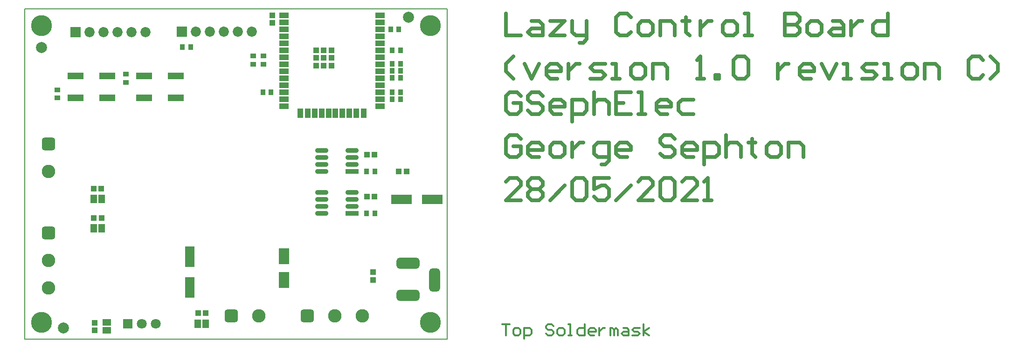
<source format=gts>
G04 Layer_Color=8388736*
%FSLAX42Y42*%
%MOMM*%
G71*
G01*
G75*
%ADD27C,0.30*%
%ADD29C,0.20*%
%ADD30C,0.70*%
%ADD45C,2.00*%
%ADD46R,0.90X1.10*%
%ADD47O,2.40X0.90*%
%ADD48R,2.40X0.90*%
%ADD49R,2.95X1.20*%
%ADD50R,1.10X0.90*%
%ADD51R,1.95X2.85*%
%ADD52R,1.00X1.10*%
%ADD53R,1.30X1.60*%
%ADD54R,1.10X1.00*%
%ADD55R,1.60X1.30*%
%ADD56R,1.80X3.70*%
%ADD57R,3.70X1.80*%
%ADD58R,1.10X1.10*%
%ADD59R,1.70X1.10*%
%ADD60R,1.10X1.70*%
%ADD61R,1.10X1.10*%
%ADD62C,3.80*%
%ADD63C,1.85*%
%ADD64R,1.85X1.85*%
%ADD65C,2.45*%
G04:AMPARAMS|DCode=66|XSize=2.45mm|YSize=2.45mm|CornerRadius=0.66mm|HoleSize=0mm|Usage=FLASHONLY|Rotation=270.000|XOffset=0mm|YOffset=0mm|HoleType=Round|Shape=RoundedRectangle|*
%AMROUNDEDRECTD66*
21,1,2.45,1.13,0,0,270.0*
21,1,1.13,2.45,0,0,270.0*
1,1,1.33,-0.56,-0.56*
1,1,1.33,-0.56,0.56*
1,1,1.33,0.56,0.56*
1,1,1.33,0.56,-0.56*
%
%ADD66ROUNDEDRECTD66*%
%ADD67C,1.80*%
%ADD68R,1.80X1.80*%
G04:AMPARAMS|DCode=69|XSize=2.45mm|YSize=2.45mm|CornerRadius=0.66mm|HoleSize=0mm|Usage=FLASHONLY|Rotation=0.000|XOffset=0mm|YOffset=0mm|HoleType=Round|Shape=RoundedRectangle|*
%AMROUNDEDRECTD69*
21,1,2.45,1.13,0,0,0.0*
21,1,1.13,2.45,0,0,0.0*
1,1,1.33,0.56,-0.56*
1,1,1.33,-0.56,-0.56*
1,1,1.33,-0.56,0.56*
1,1,1.33,0.56,0.56*
%
%ADD69ROUNDEDRECTD69*%
G04:AMPARAMS|DCode=70|XSize=4.2mm|YSize=2mm|CornerRadius=0.55mm|HoleSize=0mm|Usage=FLASHONLY|Rotation=180.000|XOffset=0mm|YOffset=0mm|HoleType=Round|Shape=RoundedRectangle|*
%AMROUNDEDRECTD70*
21,1,4.20,0.90,0,0,180.0*
21,1,3.10,2.00,0,0,180.0*
1,1,1.10,-1.55,0.45*
1,1,1.10,1.55,0.45*
1,1,1.10,1.55,-0.45*
1,1,1.10,-1.55,-0.45*
%
%ADD70ROUNDEDRECTD70*%
G04:AMPARAMS|DCode=71|XSize=4.2mm|YSize=2mm|CornerRadius=0.55mm|HoleSize=0mm|Usage=FLASHONLY|Rotation=270.000|XOffset=0mm|YOffset=0mm|HoleType=Round|Shape=RoundedRectangle|*
%AMROUNDEDRECTD71*
21,1,4.20,0.90,0,0,270.0*
21,1,3.10,2.00,0,0,270.0*
1,1,1.10,-0.45,-1.55*
1,1,1.10,-0.45,1.55*
1,1,1.10,0.45,1.55*
1,1,1.10,0.45,-1.55*
%
%ADD71ROUNDEDRECTD71*%
D27*
X8665Y270D02*
X8798D01*
X8732D01*
Y70D01*
X8898D02*
X8965D01*
X8998Y103D01*
Y170D01*
X8965Y203D01*
X8898D01*
X8865Y170D01*
Y103D01*
X8898Y70D01*
X9065Y3D02*
Y203D01*
X9165D01*
X9198Y170D01*
Y103D01*
X9165Y70D01*
X9065D01*
X9598Y237D02*
X9565Y270D01*
X9498D01*
X9465Y237D01*
Y203D01*
X9498Y170D01*
X9565D01*
X9598Y137D01*
Y103D01*
X9565Y70D01*
X9498D01*
X9465Y103D01*
X9698Y70D02*
X9765D01*
X9798Y103D01*
Y170D01*
X9765Y203D01*
X9698D01*
X9665Y170D01*
Y103D01*
X9698Y70D01*
X9865D02*
X9931D01*
X9898D01*
Y270D01*
X9865D01*
X10165D02*
Y70D01*
X10065D01*
X10031Y103D01*
Y170D01*
X10065Y203D01*
X10165D01*
X10331Y70D02*
X10264D01*
X10231Y103D01*
Y170D01*
X10264Y203D01*
X10331D01*
X10364Y170D01*
Y137D01*
X10231D01*
X10431Y203D02*
Y70D01*
Y137D01*
X10464Y170D01*
X10498Y203D01*
X10531D01*
X10631Y70D02*
Y203D01*
X10664D01*
X10698Y170D01*
Y70D01*
Y170D01*
X10731Y203D01*
X10764Y170D01*
Y70D01*
X10864Y203D02*
X10931D01*
X10964Y170D01*
Y70D01*
X10864D01*
X10831Y103D01*
X10864Y137D01*
X10964D01*
X11031Y70D02*
X11131D01*
X11164Y103D01*
X11131Y137D01*
X11064D01*
X11031Y170D01*
X11064Y203D01*
X11164D01*
X11231Y70D02*
Y270D01*
Y137D02*
X11331Y203D01*
X11231Y137D02*
X11331Y70D01*
D29*
X7665Y0D02*
Y6000D01*
X0D02*
X7665D01*
X0Y0D02*
Y6000D01*
Y0D02*
X7665D01*
D30*
X8735Y5916D02*
Y5516D01*
X9002D01*
X9202Y5782D02*
X9335D01*
X9401Y5716D01*
Y5516D01*
X9202D01*
X9135Y5582D01*
X9202Y5649D01*
X9401D01*
X9535Y5782D02*
X9801D01*
X9535Y5516D01*
X9801D01*
X9935Y5782D02*
Y5582D01*
X10001Y5516D01*
X10201D01*
Y5449D01*
X10135Y5383D01*
X10068D01*
X10201Y5516D02*
Y5782D01*
X11001Y5849D02*
X10934Y5916D01*
X10801D01*
X10734Y5849D01*
Y5582D01*
X10801Y5516D01*
X10934D01*
X11001Y5582D01*
X11201Y5516D02*
X11334D01*
X11401Y5582D01*
Y5716D01*
X11334Y5782D01*
X11201D01*
X11134Y5716D01*
Y5582D01*
X11201Y5516D01*
X11534D02*
Y5782D01*
X11734D01*
X11801Y5716D01*
Y5516D01*
X12001Y5849D02*
Y5782D01*
X11934D01*
X12067D01*
X12001D01*
Y5582D01*
X12067Y5516D01*
X12267Y5782D02*
Y5516D01*
Y5649D01*
X12334Y5716D01*
X12400Y5782D01*
X12467D01*
X12734Y5516D02*
X12867D01*
X12934Y5582D01*
Y5716D01*
X12867Y5782D01*
X12734D01*
X12667Y5716D01*
Y5582D01*
X12734Y5516D01*
X13067D02*
X13200D01*
X13134D01*
Y5916D01*
X13067D01*
X13800D02*
Y5516D01*
X14000D01*
X14067Y5582D01*
Y5649D01*
X14000Y5716D01*
X13800D01*
X14000D01*
X14067Y5782D01*
Y5849D01*
X14000Y5916D01*
X13800D01*
X14267Y5516D02*
X14400D01*
X14466Y5582D01*
Y5716D01*
X14400Y5782D01*
X14267D01*
X14200Y5716D01*
Y5582D01*
X14267Y5516D01*
X14666Y5782D02*
X14800D01*
X14866Y5716D01*
Y5516D01*
X14666D01*
X14600Y5582D01*
X14666Y5649D01*
X14866D01*
X15000Y5782D02*
Y5516D01*
Y5649D01*
X15066Y5716D01*
X15133Y5782D01*
X15200D01*
X15666Y5916D02*
Y5516D01*
X15466D01*
X15400Y5582D01*
Y5716D01*
X15466Y5782D01*
X15666D01*
X8868Y4735D02*
X8735Y4868D01*
Y5001D01*
X8868Y5135D01*
X9068Y5001D02*
X9202Y4735D01*
X9335Y5001D01*
X9668Y4735D02*
X9535D01*
X9468Y4801D01*
Y4935D01*
X9535Y5001D01*
X9668D01*
X9735Y4935D01*
Y4868D01*
X9468D01*
X9868Y5001D02*
Y4735D01*
Y4868D01*
X9935Y4935D01*
X10001Y5001D01*
X10068D01*
X10268Y4735D02*
X10468D01*
X10534Y4801D01*
X10468Y4868D01*
X10334D01*
X10268Y4935D01*
X10334Y5001D01*
X10534D01*
X10668Y4735D02*
X10801D01*
X10734D01*
Y5001D01*
X10668D01*
X11068Y4735D02*
X11201D01*
X11268Y4801D01*
Y4935D01*
X11201Y5001D01*
X11068D01*
X11001Y4935D01*
Y4801D01*
X11068Y4735D01*
X11401D02*
Y5001D01*
X11601D01*
X11667Y4935D01*
Y4735D01*
X12201D02*
X12334D01*
X12267D01*
Y5135D01*
X12201Y5068D01*
X12534Y4735D02*
Y4801D01*
X12600D01*
Y4735D01*
X12534D01*
X12867Y5068D02*
X12934Y5135D01*
X13067D01*
X13134Y5068D01*
Y4801D01*
X13067Y4735D01*
X12934D01*
X12867Y4801D01*
Y5068D01*
X13667Y5001D02*
Y4735D01*
Y4868D01*
X13733Y4935D01*
X13800Y5001D01*
X13867D01*
X14267Y4735D02*
X14133D01*
X14067Y4801D01*
Y4935D01*
X14133Y5001D01*
X14267D01*
X14333Y4935D01*
Y4868D01*
X14067D01*
X14466Y5001D02*
X14600Y4735D01*
X14733Y5001D01*
X14866Y4735D02*
X15000D01*
X14933D01*
Y5001D01*
X14866D01*
X15200Y4735D02*
X15400D01*
X15466Y4801D01*
X15400Y4868D01*
X15266D01*
X15200Y4935D01*
X15266Y5001D01*
X15466D01*
X15599Y4735D02*
X15733D01*
X15666D01*
Y5001D01*
X15599D01*
X15999Y4735D02*
X16133D01*
X16199Y4801D01*
Y4935D01*
X16133Y5001D01*
X15999D01*
X15933Y4935D01*
Y4801D01*
X15999Y4735D01*
X16333D02*
Y5001D01*
X16532D01*
X16599Y4935D01*
Y4735D01*
X17399Y5068D02*
X17332Y5135D01*
X17199D01*
X17132Y5068D01*
Y4801D01*
X17199Y4735D01*
X17332D01*
X17399Y4801D01*
X17532Y4735D02*
X17665Y4868D01*
Y5001D01*
X17532Y5135D01*
X9002Y4420D02*
X8935Y4487D01*
X8802D01*
X8735Y4420D01*
Y4153D01*
X8802Y4087D01*
X8935D01*
X9002Y4153D01*
Y4287D01*
X8868D01*
X9401Y4420D02*
X9335Y4487D01*
X9202D01*
X9135Y4420D01*
Y4353D01*
X9202Y4287D01*
X9335D01*
X9401Y4220D01*
Y4153D01*
X9335Y4087D01*
X9202D01*
X9135Y4153D01*
X9735Y4087D02*
X9601D01*
X9535Y4153D01*
Y4287D01*
X9601Y4353D01*
X9735D01*
X9801Y4287D01*
Y4220D01*
X9535D01*
X9935Y3954D02*
Y4353D01*
X10135D01*
X10201Y4287D01*
Y4153D01*
X10135Y4087D01*
X9935D01*
X10334Y4487D02*
Y4087D01*
Y4287D01*
X10401Y4353D01*
X10534D01*
X10601Y4287D01*
Y4087D01*
X11001Y4487D02*
X10734D01*
Y4087D01*
X11001D01*
X10734Y4287D02*
X10868D01*
X11134Y4087D02*
X11268D01*
X11201D01*
Y4487D01*
X11134D01*
X11667Y4087D02*
X11534D01*
X11467Y4153D01*
Y4287D01*
X11534Y4353D01*
X11667D01*
X11734Y4287D01*
Y4220D01*
X11467D01*
X12134Y4353D02*
X11934D01*
X11867Y4287D01*
Y4153D01*
X11934Y4087D01*
X12134D01*
X9002Y3639D02*
X8935Y3706D01*
X8802D01*
X8735Y3639D01*
Y3372D01*
X8802Y3306D01*
X8935D01*
X9002Y3372D01*
Y3506D01*
X8868D01*
X9335Y3306D02*
X9202D01*
X9135Y3372D01*
Y3506D01*
X9202Y3572D01*
X9335D01*
X9401Y3506D01*
Y3439D01*
X9135D01*
X9601Y3306D02*
X9735D01*
X9801Y3372D01*
Y3506D01*
X9735Y3572D01*
X9601D01*
X9535Y3506D01*
Y3372D01*
X9601Y3306D01*
X9935Y3572D02*
Y3306D01*
Y3439D01*
X10001Y3506D01*
X10068Y3572D01*
X10135D01*
X10468Y3172D02*
X10534D01*
X10601Y3239D01*
Y3572D01*
X10401D01*
X10334Y3506D01*
Y3372D01*
X10401Y3306D01*
X10601D01*
X10934D02*
X10801D01*
X10734Y3372D01*
Y3506D01*
X10801Y3572D01*
X10934D01*
X11001Y3506D01*
Y3439D01*
X10734D01*
X11801Y3639D02*
X11734Y3706D01*
X11601D01*
X11534Y3639D01*
Y3572D01*
X11601Y3506D01*
X11734D01*
X11801Y3439D01*
Y3372D01*
X11734Y3306D01*
X11601D01*
X11534Y3372D01*
X12134Y3306D02*
X12001D01*
X11934Y3372D01*
Y3506D01*
X12001Y3572D01*
X12134D01*
X12201Y3506D01*
Y3439D01*
X11934D01*
X12334Y3172D02*
Y3572D01*
X12534D01*
X12600Y3506D01*
Y3372D01*
X12534Y3306D01*
X12334D01*
X12734Y3706D02*
Y3306D01*
Y3506D01*
X12800Y3572D01*
X12934D01*
X13000Y3506D01*
Y3306D01*
X13200Y3639D02*
Y3572D01*
X13134D01*
X13267D01*
X13200D01*
Y3372D01*
X13267Y3306D01*
X13533D02*
X13667D01*
X13733Y3372D01*
Y3506D01*
X13667Y3572D01*
X13533D01*
X13467Y3506D01*
Y3372D01*
X13533Y3306D01*
X13867D02*
Y3572D01*
X14067D01*
X14133Y3506D01*
Y3306D01*
X9002Y2525D02*
X8735D01*
X9002Y2791D01*
Y2858D01*
X8935Y2924D01*
X8802D01*
X8735Y2858D01*
X9135D02*
X9202Y2924D01*
X9335D01*
X9401Y2858D01*
Y2791D01*
X9335Y2724D01*
X9401Y2658D01*
Y2591D01*
X9335Y2525D01*
X9202D01*
X9135Y2591D01*
Y2658D01*
X9202Y2724D01*
X9135Y2791D01*
Y2858D01*
X9202Y2724D02*
X9335D01*
X9535Y2525D02*
X9801Y2791D01*
X9935Y2858D02*
X10001Y2924D01*
X10135D01*
X10201Y2858D01*
Y2591D01*
X10135Y2525D01*
X10001D01*
X9935Y2591D01*
Y2858D01*
X10601Y2924D02*
X10334D01*
Y2724D01*
X10468Y2791D01*
X10534D01*
X10601Y2724D01*
Y2591D01*
X10534Y2525D01*
X10401D01*
X10334Y2591D01*
X10734Y2525D02*
X11001Y2791D01*
X11401Y2525D02*
X11134D01*
X11401Y2791D01*
Y2858D01*
X11334Y2924D01*
X11201D01*
X11134Y2858D01*
X11534D02*
X11601Y2924D01*
X11734D01*
X11801Y2858D01*
Y2591D01*
X11734Y2525D01*
X11601D01*
X11534Y2591D01*
Y2858D01*
X12201Y2525D02*
X11934D01*
X12201Y2791D01*
Y2858D01*
X12134Y2924D01*
X12001D01*
X11934Y2858D01*
X12334Y2525D02*
X12467D01*
X12400D01*
Y2924D01*
X12334Y2858D01*
D45*
X700Y200D02*
D03*
X6965Y5850D02*
D03*
X300Y5300D02*
D03*
D46*
X6670Y4355D02*
D03*
X6820D02*
D03*
X6640Y5625D02*
D03*
X6790D02*
D03*
X6670Y4485D02*
D03*
X6820D02*
D03*
X4470Y4485D02*
D03*
X4320D02*
D03*
X6670Y4745D02*
D03*
X6820D02*
D03*
X6670Y4875D02*
D03*
X6820D02*
D03*
X6670Y5005D02*
D03*
X6820D02*
D03*
X6670Y5245D02*
D03*
X6820D02*
D03*
X3010Y5305D02*
D03*
X2860D02*
D03*
X6355Y2285D02*
D03*
X6205D02*
D03*
X6355Y3050D02*
D03*
X6205D02*
D03*
D47*
X5390Y2666D02*
D03*
Y2539D02*
D03*
Y2411D02*
D03*
Y2284D02*
D03*
X5940Y2666D02*
D03*
Y2539D02*
D03*
Y2411D02*
D03*
X5390Y3431D02*
D03*
Y3303D02*
D03*
Y3176D02*
D03*
Y3050D02*
D03*
X5940Y3431D02*
D03*
Y3303D02*
D03*
Y3176D02*
D03*
D48*
Y2284D02*
D03*
Y3050D02*
D03*
D49*
X1498Y4780D02*
D03*
X923D02*
D03*
Y4380D02*
D03*
X1498D02*
D03*
X2738Y4780D02*
D03*
X2162D02*
D03*
Y4380D02*
D03*
X2738D02*
D03*
D50*
X4145Y4995D02*
D03*
Y5145D02*
D03*
X4335Y4995D02*
D03*
Y5145D02*
D03*
X1830Y4665D02*
D03*
Y4815D02*
D03*
X585Y4530D02*
D03*
Y4380D02*
D03*
D51*
X4705Y1075D02*
D03*
X4705Y1505D02*
D03*
D52*
X1385Y2735D02*
D03*
X1245D02*
D03*
X1390Y2200D02*
D03*
X1250D02*
D03*
X3145Y470D02*
D03*
X3285D02*
D03*
X6930Y3050D02*
D03*
X6790D02*
D03*
X6350Y2585D02*
D03*
X6210D02*
D03*
X6350Y3350D02*
D03*
X6210D02*
D03*
D53*
X1245Y2545D02*
D03*
X1395D02*
D03*
X1245Y2010D02*
D03*
X1395D02*
D03*
X3285Y275D02*
D03*
X3135D02*
D03*
D54*
X4490Y5885D02*
D03*
Y5745D02*
D03*
X1270Y295D02*
D03*
Y155D02*
D03*
X6320Y1215D02*
D03*
Y1075D02*
D03*
D55*
X1485Y155D02*
D03*
Y305D02*
D03*
D56*
X2995Y940D02*
D03*
Y1500D02*
D03*
D57*
X6835Y2540D02*
D03*
X7395D02*
D03*
D58*
X5285Y4970D02*
D03*
X5425D02*
D03*
X5565D02*
D03*
D59*
X6450Y4231D02*
D03*
X4700D02*
D03*
Y4485D02*
D03*
Y4358D02*
D03*
Y5120D02*
D03*
Y4993D02*
D03*
Y4866D02*
D03*
Y4612D02*
D03*
Y4739D02*
D03*
Y5374D02*
D03*
Y5247D02*
D03*
Y5501D02*
D03*
Y5628D02*
D03*
Y5882D02*
D03*
Y5755D02*
D03*
X6450D02*
D03*
Y5501D02*
D03*
Y5628D02*
D03*
Y5374D02*
D03*
Y5120D02*
D03*
Y5247D02*
D03*
Y4612D02*
D03*
Y4485D02*
D03*
Y4739D02*
D03*
Y4866D02*
D03*
Y4993D02*
D03*
Y4358D02*
D03*
Y5882D02*
D03*
D60*
X5003Y4106D02*
D03*
X6147D02*
D03*
X5258D02*
D03*
X5131D02*
D03*
X5892D02*
D03*
X5765D02*
D03*
X5638D02*
D03*
X5385D02*
D03*
X5512D02*
D03*
X6019D02*
D03*
D61*
X5285Y5110D02*
D03*
X5425D02*
D03*
X5565D02*
D03*
Y5250D02*
D03*
X5425D02*
D03*
X5285D02*
D03*
D62*
X300Y300D02*
D03*
Y5700D02*
D03*
X7365D02*
D03*
Y300D02*
D03*
D63*
X1428Y5578D02*
D03*
X1174D02*
D03*
X1682D02*
D03*
X1936D02*
D03*
X2190D02*
D03*
X3353Y5583D02*
D03*
X3099D02*
D03*
X3607D02*
D03*
X3861D02*
D03*
X4115D02*
D03*
D64*
X920Y5578D02*
D03*
X2845Y5583D02*
D03*
D65*
X425Y3045D02*
D03*
X425Y1430D02*
D03*
Y930D02*
D03*
X4245Y425D02*
D03*
X5625Y425D02*
D03*
X6125D02*
D03*
D66*
X425Y3545D02*
D03*
X425Y1930D02*
D03*
D67*
X2379Y275D02*
D03*
X2125D02*
D03*
D68*
X1871D02*
D03*
D69*
X3745Y425D02*
D03*
X5125Y425D02*
D03*
D70*
X6955Y1375D02*
D03*
Y795D02*
D03*
D71*
X7435Y1075D02*
D03*
M02*

</source>
